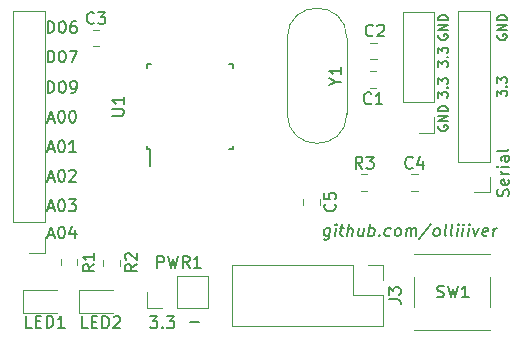
<source format=gbr>
G04 #@! TF.GenerationSoftware,KiCad,Pcbnew,(5.1.5-0-10_14)*
G04 #@! TF.CreationDate,2020-04-26T21:59:26+02:00*
G04 #@! TF.ProjectId,minimal,6d696e69-6d61-46c2-9e6b-696361645f70,rev?*
G04 #@! TF.SameCoordinates,Original*
G04 #@! TF.FileFunction,Legend,Top*
G04 #@! TF.FilePolarity,Positive*
%FSLAX46Y46*%
G04 Gerber Fmt 4.6, Leading zero omitted, Abs format (unit mm)*
G04 Created by KiCad (PCBNEW (5.1.5-0-10_14)) date 2020-04-26 21:59:26*
%MOMM*%
%LPD*%
G04 APERTURE LIST*
%ADD10C,0.150000*%
%ADD11C,0.120000*%
G04 APERTURE END LIST*
D10*
X63261904Y-45438095D02*
X63261904Y-44942857D01*
X63566666Y-45209523D01*
X63566666Y-45095238D01*
X63604761Y-45019047D01*
X63642857Y-44980952D01*
X63719047Y-44942857D01*
X63909523Y-44942857D01*
X63985714Y-44980952D01*
X64023809Y-45019047D01*
X64061904Y-45095238D01*
X64061904Y-45323809D01*
X64023809Y-45400000D01*
X63985714Y-45438095D01*
X63985714Y-44600000D02*
X64023809Y-44561904D01*
X64061904Y-44600000D01*
X64023809Y-44638095D01*
X63985714Y-44600000D01*
X64061904Y-44600000D01*
X63261904Y-44295238D02*
X63261904Y-43800000D01*
X63566666Y-44066666D01*
X63566666Y-43952380D01*
X63604761Y-43876190D01*
X63642857Y-43838095D01*
X63719047Y-43800000D01*
X63909523Y-43800000D01*
X63985714Y-43838095D01*
X64023809Y-43876190D01*
X64061904Y-43952380D01*
X64061904Y-44180952D01*
X64023809Y-44257142D01*
X63985714Y-44295238D01*
X63261904Y-48038095D02*
X63261904Y-47542857D01*
X63566666Y-47809523D01*
X63566666Y-47695238D01*
X63604761Y-47619047D01*
X63642857Y-47580952D01*
X63719047Y-47542857D01*
X63909523Y-47542857D01*
X63985714Y-47580952D01*
X64023809Y-47619047D01*
X64061904Y-47695238D01*
X64061904Y-47923809D01*
X64023809Y-48000000D01*
X63985714Y-48038095D01*
X63985714Y-47200000D02*
X64023809Y-47161904D01*
X64061904Y-47200000D01*
X64023809Y-47238095D01*
X63985714Y-47200000D01*
X64061904Y-47200000D01*
X63261904Y-46895238D02*
X63261904Y-46400000D01*
X63566666Y-46666666D01*
X63566666Y-46552380D01*
X63604761Y-46476190D01*
X63642857Y-46438095D01*
X63719047Y-46400000D01*
X63909523Y-46400000D01*
X63985714Y-46438095D01*
X64023809Y-46476190D01*
X64061904Y-46552380D01*
X64061904Y-46780952D01*
X64023809Y-46857142D01*
X63985714Y-46895238D01*
X63300000Y-50409523D02*
X63261904Y-50485714D01*
X63261904Y-50600000D01*
X63300000Y-50714285D01*
X63376190Y-50790476D01*
X63452380Y-50828571D01*
X63604761Y-50866666D01*
X63719047Y-50866666D01*
X63871428Y-50828571D01*
X63947619Y-50790476D01*
X64023809Y-50714285D01*
X64061904Y-50600000D01*
X64061904Y-50523809D01*
X64023809Y-50409523D01*
X63985714Y-50371428D01*
X63719047Y-50371428D01*
X63719047Y-50523809D01*
X64061904Y-50028571D02*
X63261904Y-50028571D01*
X64061904Y-49571428D01*
X63261904Y-49571428D01*
X64061904Y-49190476D02*
X63261904Y-49190476D01*
X63261904Y-49000000D01*
X63300000Y-48885714D01*
X63376190Y-48809523D01*
X63452380Y-48771428D01*
X63604761Y-48733333D01*
X63719047Y-48733333D01*
X63871428Y-48771428D01*
X63947619Y-48809523D01*
X64023809Y-48885714D01*
X64061904Y-49000000D01*
X64061904Y-49190476D01*
X63300000Y-42709523D02*
X63261904Y-42785714D01*
X63261904Y-42900000D01*
X63300000Y-43014285D01*
X63376190Y-43090476D01*
X63452380Y-43128571D01*
X63604761Y-43166666D01*
X63719047Y-43166666D01*
X63871428Y-43128571D01*
X63947619Y-43090476D01*
X64023809Y-43014285D01*
X64061904Y-42900000D01*
X64061904Y-42823809D01*
X64023809Y-42709523D01*
X63985714Y-42671428D01*
X63719047Y-42671428D01*
X63719047Y-42823809D01*
X64061904Y-42328571D02*
X63261904Y-42328571D01*
X64061904Y-41871428D01*
X63261904Y-41871428D01*
X64061904Y-41490476D02*
X63261904Y-41490476D01*
X63261904Y-41300000D01*
X63300000Y-41185714D01*
X63376190Y-41109523D01*
X63452380Y-41071428D01*
X63604761Y-41033333D01*
X63719047Y-41033333D01*
X63871428Y-41071428D01*
X63947619Y-41109523D01*
X64023809Y-41185714D01*
X64061904Y-41300000D01*
X64061904Y-41490476D01*
X68300000Y-42709523D02*
X68261904Y-42785714D01*
X68261904Y-42900000D01*
X68300000Y-43014285D01*
X68376190Y-43090476D01*
X68452380Y-43128571D01*
X68604761Y-43166666D01*
X68719047Y-43166666D01*
X68871428Y-43128571D01*
X68947619Y-43090476D01*
X69023809Y-43014285D01*
X69061904Y-42900000D01*
X69061904Y-42823809D01*
X69023809Y-42709523D01*
X68985714Y-42671428D01*
X68719047Y-42671428D01*
X68719047Y-42823809D01*
X69061904Y-42328571D02*
X68261904Y-42328571D01*
X69061904Y-41871428D01*
X68261904Y-41871428D01*
X69061904Y-41490476D02*
X68261904Y-41490476D01*
X68261904Y-41300000D01*
X68300000Y-41185714D01*
X68376190Y-41109523D01*
X68452380Y-41071428D01*
X68604761Y-41033333D01*
X68719047Y-41033333D01*
X68871428Y-41071428D01*
X68947619Y-41109523D01*
X69023809Y-41185714D01*
X69061904Y-41300000D01*
X69061904Y-41490476D01*
X68261904Y-47938095D02*
X68261904Y-47442857D01*
X68566666Y-47709523D01*
X68566666Y-47595238D01*
X68604761Y-47519047D01*
X68642857Y-47480952D01*
X68719047Y-47442857D01*
X68909523Y-47442857D01*
X68985714Y-47480952D01*
X69023809Y-47519047D01*
X69061904Y-47595238D01*
X69061904Y-47823809D01*
X69023809Y-47900000D01*
X68985714Y-47938095D01*
X68985714Y-47100000D02*
X69023809Y-47061904D01*
X69061904Y-47100000D01*
X69023809Y-47138095D01*
X68985714Y-47100000D01*
X69061904Y-47100000D01*
X68261904Y-46795238D02*
X68261904Y-46300000D01*
X68566666Y-46566666D01*
X68566666Y-46452380D01*
X68604761Y-46376190D01*
X68642857Y-46338095D01*
X68719047Y-46300000D01*
X68909523Y-46300000D01*
X68985714Y-46338095D01*
X69023809Y-46376190D01*
X69061904Y-46452380D01*
X69061904Y-46680952D01*
X69023809Y-46757142D01*
X68985714Y-46795238D01*
X54097633Y-59085714D02*
X53996443Y-59895238D01*
X53936919Y-59990476D01*
X53883348Y-60038095D01*
X53782157Y-60085714D01*
X53639300Y-60085714D01*
X53550014Y-60038095D01*
X54020252Y-59704761D02*
X53919062Y-59752380D01*
X53728586Y-59752380D01*
X53639300Y-59704761D01*
X53597633Y-59657142D01*
X53561919Y-59561904D01*
X53597633Y-59276190D01*
X53657157Y-59180952D01*
X53710729Y-59133333D01*
X53811919Y-59085714D01*
X54002395Y-59085714D01*
X54091681Y-59133333D01*
X54490491Y-59752380D02*
X54573824Y-59085714D01*
X54615491Y-58752380D02*
X54561919Y-58800000D01*
X54603586Y-58847619D01*
X54657157Y-58800000D01*
X54615491Y-58752380D01*
X54603586Y-58847619D01*
X54907157Y-59085714D02*
X55288110Y-59085714D01*
X55091681Y-58752380D02*
X54984538Y-59609523D01*
X55020252Y-59704761D01*
X55109538Y-59752380D01*
X55204776Y-59752380D01*
X55538110Y-59752380D02*
X55663110Y-58752380D01*
X55966681Y-59752380D02*
X56032157Y-59228571D01*
X55996443Y-59133333D01*
X55907157Y-59085714D01*
X55764300Y-59085714D01*
X55663110Y-59133333D01*
X55609538Y-59180952D01*
X56954776Y-59085714D02*
X56871443Y-59752380D01*
X56526205Y-59085714D02*
X56460729Y-59609523D01*
X56496443Y-59704761D01*
X56585729Y-59752380D01*
X56728586Y-59752380D01*
X56829776Y-59704761D01*
X56883348Y-59657142D01*
X57347633Y-59752380D02*
X57472633Y-58752380D01*
X57425014Y-59133333D02*
X57526205Y-59085714D01*
X57716681Y-59085714D01*
X57805967Y-59133333D01*
X57847633Y-59180952D01*
X57883348Y-59276190D01*
X57847633Y-59561904D01*
X57788110Y-59657142D01*
X57734538Y-59704761D01*
X57633348Y-59752380D01*
X57442872Y-59752380D01*
X57353586Y-59704761D01*
X58264300Y-59657142D02*
X58305967Y-59704761D01*
X58252395Y-59752380D01*
X58210729Y-59704761D01*
X58264300Y-59657142D01*
X58252395Y-59752380D01*
X59163110Y-59704761D02*
X59061919Y-59752380D01*
X58871443Y-59752380D01*
X58782157Y-59704761D01*
X58740491Y-59657142D01*
X58704776Y-59561904D01*
X58740491Y-59276190D01*
X58800014Y-59180952D01*
X58853586Y-59133333D01*
X58954776Y-59085714D01*
X59145252Y-59085714D01*
X59234538Y-59133333D01*
X59728586Y-59752380D02*
X59639300Y-59704761D01*
X59597633Y-59657142D01*
X59561919Y-59561904D01*
X59597633Y-59276190D01*
X59657157Y-59180952D01*
X59710729Y-59133333D01*
X59811919Y-59085714D01*
X59954776Y-59085714D01*
X60044062Y-59133333D01*
X60085729Y-59180952D01*
X60121443Y-59276190D01*
X60085729Y-59561904D01*
X60026205Y-59657142D01*
X59972633Y-59704761D01*
X59871443Y-59752380D01*
X59728586Y-59752380D01*
X60490491Y-59752380D02*
X60573824Y-59085714D01*
X60561919Y-59180952D02*
X60615491Y-59133333D01*
X60716681Y-59085714D01*
X60859538Y-59085714D01*
X60948824Y-59133333D01*
X60984538Y-59228571D01*
X60919062Y-59752380D01*
X60984538Y-59228571D02*
X61044062Y-59133333D01*
X61145252Y-59085714D01*
X61288110Y-59085714D01*
X61377395Y-59133333D01*
X61413110Y-59228571D01*
X61347633Y-59752380D01*
X62669062Y-58704761D02*
X61651205Y-59990476D01*
X63014300Y-59752380D02*
X62925014Y-59704761D01*
X62883348Y-59657142D01*
X62847633Y-59561904D01*
X62883348Y-59276190D01*
X62942872Y-59180952D01*
X62996443Y-59133333D01*
X63097633Y-59085714D01*
X63240491Y-59085714D01*
X63329776Y-59133333D01*
X63371443Y-59180952D01*
X63407157Y-59276190D01*
X63371443Y-59561904D01*
X63311919Y-59657142D01*
X63258348Y-59704761D01*
X63157157Y-59752380D01*
X63014300Y-59752380D01*
X63919062Y-59752380D02*
X63829776Y-59704761D01*
X63794062Y-59609523D01*
X63901205Y-58752380D01*
X64442872Y-59752380D02*
X64353586Y-59704761D01*
X64317872Y-59609523D01*
X64425014Y-58752380D01*
X64823824Y-59752380D02*
X64907157Y-59085714D01*
X64948824Y-58752380D02*
X64895252Y-58800000D01*
X64936919Y-58847619D01*
X64990491Y-58800000D01*
X64948824Y-58752380D01*
X64936919Y-58847619D01*
X65300014Y-59752380D02*
X65383348Y-59085714D01*
X65425014Y-58752380D02*
X65371443Y-58800000D01*
X65413110Y-58847619D01*
X65466681Y-58800000D01*
X65425014Y-58752380D01*
X65413110Y-58847619D01*
X65776205Y-59752380D02*
X65859538Y-59085714D01*
X65901205Y-58752380D02*
X65847633Y-58800000D01*
X65889300Y-58847619D01*
X65942872Y-58800000D01*
X65901205Y-58752380D01*
X65889300Y-58847619D01*
X66240491Y-59085714D02*
X66395252Y-59752380D01*
X66716681Y-59085714D01*
X67401205Y-59704761D02*
X67300014Y-59752380D01*
X67109538Y-59752380D01*
X67020252Y-59704761D01*
X66984538Y-59609523D01*
X67032157Y-59228571D01*
X67091681Y-59133333D01*
X67192872Y-59085714D01*
X67383348Y-59085714D01*
X67472633Y-59133333D01*
X67508348Y-59228571D01*
X67496443Y-59323809D01*
X67008348Y-59419047D01*
X67871443Y-59752380D02*
X67954776Y-59085714D01*
X67930967Y-59276190D02*
X67990491Y-59180952D01*
X68044062Y-59133333D01*
X68145252Y-59085714D01*
X68240491Y-59085714D01*
X30209523Y-59666666D02*
X30685714Y-59666666D01*
X30114285Y-59952380D02*
X30447619Y-58952380D01*
X30780952Y-59952380D01*
X31304761Y-58952380D02*
X31400000Y-58952380D01*
X31495238Y-59000000D01*
X31542857Y-59047619D01*
X31590476Y-59142857D01*
X31638095Y-59333333D01*
X31638095Y-59571428D01*
X31590476Y-59761904D01*
X31542857Y-59857142D01*
X31495238Y-59904761D01*
X31400000Y-59952380D01*
X31304761Y-59952380D01*
X31209523Y-59904761D01*
X31161904Y-59857142D01*
X31114285Y-59761904D01*
X31066666Y-59571428D01*
X31066666Y-59333333D01*
X31114285Y-59142857D01*
X31161904Y-59047619D01*
X31209523Y-59000000D01*
X31304761Y-58952380D01*
X32495238Y-59285714D02*
X32495238Y-59952380D01*
X32257142Y-58904761D02*
X32019047Y-59619047D01*
X32638095Y-59619047D01*
X30209523Y-57366666D02*
X30685714Y-57366666D01*
X30114285Y-57652380D02*
X30447619Y-56652380D01*
X30780952Y-57652380D01*
X31304761Y-56652380D02*
X31400000Y-56652380D01*
X31495238Y-56700000D01*
X31542857Y-56747619D01*
X31590476Y-56842857D01*
X31638095Y-57033333D01*
X31638095Y-57271428D01*
X31590476Y-57461904D01*
X31542857Y-57557142D01*
X31495238Y-57604761D01*
X31400000Y-57652380D01*
X31304761Y-57652380D01*
X31209523Y-57604761D01*
X31161904Y-57557142D01*
X31114285Y-57461904D01*
X31066666Y-57271428D01*
X31066666Y-57033333D01*
X31114285Y-56842857D01*
X31161904Y-56747619D01*
X31209523Y-56700000D01*
X31304761Y-56652380D01*
X31971428Y-56652380D02*
X32590476Y-56652380D01*
X32257142Y-57033333D01*
X32400000Y-57033333D01*
X32495238Y-57080952D01*
X32542857Y-57128571D01*
X32590476Y-57223809D01*
X32590476Y-57461904D01*
X32542857Y-57557142D01*
X32495238Y-57604761D01*
X32400000Y-57652380D01*
X32114285Y-57652380D01*
X32019047Y-57604761D01*
X31971428Y-57557142D01*
X30209523Y-54866666D02*
X30685714Y-54866666D01*
X30114285Y-55152380D02*
X30447619Y-54152380D01*
X30780952Y-55152380D01*
X31304761Y-54152380D02*
X31400000Y-54152380D01*
X31495238Y-54200000D01*
X31542857Y-54247619D01*
X31590476Y-54342857D01*
X31638095Y-54533333D01*
X31638095Y-54771428D01*
X31590476Y-54961904D01*
X31542857Y-55057142D01*
X31495238Y-55104761D01*
X31400000Y-55152380D01*
X31304761Y-55152380D01*
X31209523Y-55104761D01*
X31161904Y-55057142D01*
X31114285Y-54961904D01*
X31066666Y-54771428D01*
X31066666Y-54533333D01*
X31114285Y-54342857D01*
X31161904Y-54247619D01*
X31209523Y-54200000D01*
X31304761Y-54152380D01*
X32019047Y-54247619D02*
X32066666Y-54200000D01*
X32161904Y-54152380D01*
X32400000Y-54152380D01*
X32495238Y-54200000D01*
X32542857Y-54247619D01*
X32590476Y-54342857D01*
X32590476Y-54438095D01*
X32542857Y-54580952D01*
X31971428Y-55152380D01*
X32590476Y-55152380D01*
X30209523Y-52366666D02*
X30685714Y-52366666D01*
X30114285Y-52652380D02*
X30447619Y-51652380D01*
X30780952Y-52652380D01*
X31304761Y-51652380D02*
X31400000Y-51652380D01*
X31495238Y-51700000D01*
X31542857Y-51747619D01*
X31590476Y-51842857D01*
X31638095Y-52033333D01*
X31638095Y-52271428D01*
X31590476Y-52461904D01*
X31542857Y-52557142D01*
X31495238Y-52604761D01*
X31400000Y-52652380D01*
X31304761Y-52652380D01*
X31209523Y-52604761D01*
X31161904Y-52557142D01*
X31114285Y-52461904D01*
X31066666Y-52271428D01*
X31066666Y-52033333D01*
X31114285Y-51842857D01*
X31161904Y-51747619D01*
X31209523Y-51700000D01*
X31304761Y-51652380D01*
X32590476Y-52652380D02*
X32019047Y-52652380D01*
X32304761Y-52652380D02*
X32304761Y-51652380D01*
X32209523Y-51795238D01*
X32114285Y-51890476D01*
X32019047Y-51938095D01*
X30209523Y-49866666D02*
X30685714Y-49866666D01*
X30114285Y-50152380D02*
X30447619Y-49152380D01*
X30780952Y-50152380D01*
X31304761Y-49152380D02*
X31400000Y-49152380D01*
X31495238Y-49200000D01*
X31542857Y-49247619D01*
X31590476Y-49342857D01*
X31638095Y-49533333D01*
X31638095Y-49771428D01*
X31590476Y-49961904D01*
X31542857Y-50057142D01*
X31495238Y-50104761D01*
X31400000Y-50152380D01*
X31304761Y-50152380D01*
X31209523Y-50104761D01*
X31161904Y-50057142D01*
X31114285Y-49961904D01*
X31066666Y-49771428D01*
X31066666Y-49533333D01*
X31114285Y-49342857D01*
X31161904Y-49247619D01*
X31209523Y-49200000D01*
X31304761Y-49152380D01*
X32257142Y-49152380D02*
X32352380Y-49152380D01*
X32447619Y-49200000D01*
X32495238Y-49247619D01*
X32542857Y-49342857D01*
X32590476Y-49533333D01*
X32590476Y-49771428D01*
X32542857Y-49961904D01*
X32495238Y-50057142D01*
X32447619Y-50104761D01*
X32352380Y-50152380D01*
X32257142Y-50152380D01*
X32161904Y-50104761D01*
X32114285Y-50057142D01*
X32066666Y-49961904D01*
X32019047Y-49771428D01*
X32019047Y-49533333D01*
X32066666Y-49342857D01*
X32114285Y-49247619D01*
X32161904Y-49200000D01*
X32257142Y-49152380D01*
X30185714Y-47652380D02*
X30185714Y-46652380D01*
X30423809Y-46652380D01*
X30566666Y-46700000D01*
X30661904Y-46795238D01*
X30709523Y-46890476D01*
X30757142Y-47080952D01*
X30757142Y-47223809D01*
X30709523Y-47414285D01*
X30661904Y-47509523D01*
X30566666Y-47604761D01*
X30423809Y-47652380D01*
X30185714Y-47652380D01*
X31376190Y-46652380D02*
X31471428Y-46652380D01*
X31566666Y-46700000D01*
X31614285Y-46747619D01*
X31661904Y-46842857D01*
X31709523Y-47033333D01*
X31709523Y-47271428D01*
X31661904Y-47461904D01*
X31614285Y-47557142D01*
X31566666Y-47604761D01*
X31471428Y-47652380D01*
X31376190Y-47652380D01*
X31280952Y-47604761D01*
X31233333Y-47557142D01*
X31185714Y-47461904D01*
X31138095Y-47271428D01*
X31138095Y-47033333D01*
X31185714Y-46842857D01*
X31233333Y-46747619D01*
X31280952Y-46700000D01*
X31376190Y-46652380D01*
X32185714Y-47652380D02*
X32376190Y-47652380D01*
X32471428Y-47604761D01*
X32519047Y-47557142D01*
X32614285Y-47414285D01*
X32661904Y-47223809D01*
X32661904Y-46842857D01*
X32614285Y-46747619D01*
X32566666Y-46700000D01*
X32471428Y-46652380D01*
X32280952Y-46652380D01*
X32185714Y-46700000D01*
X32138095Y-46747619D01*
X32090476Y-46842857D01*
X32090476Y-47080952D01*
X32138095Y-47176190D01*
X32185714Y-47223809D01*
X32280952Y-47271428D01*
X32471428Y-47271428D01*
X32566666Y-47223809D01*
X32614285Y-47176190D01*
X32661904Y-47080952D01*
X30185714Y-45052380D02*
X30185714Y-44052380D01*
X30423809Y-44052380D01*
X30566666Y-44100000D01*
X30661904Y-44195238D01*
X30709523Y-44290476D01*
X30757142Y-44480952D01*
X30757142Y-44623809D01*
X30709523Y-44814285D01*
X30661904Y-44909523D01*
X30566666Y-45004761D01*
X30423809Y-45052380D01*
X30185714Y-45052380D01*
X31376190Y-44052380D02*
X31471428Y-44052380D01*
X31566666Y-44100000D01*
X31614285Y-44147619D01*
X31661904Y-44242857D01*
X31709523Y-44433333D01*
X31709523Y-44671428D01*
X31661904Y-44861904D01*
X31614285Y-44957142D01*
X31566666Y-45004761D01*
X31471428Y-45052380D01*
X31376190Y-45052380D01*
X31280952Y-45004761D01*
X31233333Y-44957142D01*
X31185714Y-44861904D01*
X31138095Y-44671428D01*
X31138095Y-44433333D01*
X31185714Y-44242857D01*
X31233333Y-44147619D01*
X31280952Y-44100000D01*
X31376190Y-44052380D01*
X32042857Y-44052380D02*
X32709523Y-44052380D01*
X32280952Y-45052380D01*
X30185714Y-42552380D02*
X30185714Y-41552380D01*
X30423809Y-41552380D01*
X30566666Y-41600000D01*
X30661904Y-41695238D01*
X30709523Y-41790476D01*
X30757142Y-41980952D01*
X30757142Y-42123809D01*
X30709523Y-42314285D01*
X30661904Y-42409523D01*
X30566666Y-42504761D01*
X30423809Y-42552380D01*
X30185714Y-42552380D01*
X31376190Y-41552380D02*
X31471428Y-41552380D01*
X31566666Y-41600000D01*
X31614285Y-41647619D01*
X31661904Y-41742857D01*
X31709523Y-41933333D01*
X31709523Y-42171428D01*
X31661904Y-42361904D01*
X31614285Y-42457142D01*
X31566666Y-42504761D01*
X31471428Y-42552380D01*
X31376190Y-42552380D01*
X31280952Y-42504761D01*
X31233333Y-42457142D01*
X31185714Y-42361904D01*
X31138095Y-42171428D01*
X31138095Y-41933333D01*
X31185714Y-41742857D01*
X31233333Y-41647619D01*
X31280952Y-41600000D01*
X31376190Y-41552380D01*
X32566666Y-41552380D02*
X32376190Y-41552380D01*
X32280952Y-41600000D01*
X32233333Y-41647619D01*
X32138095Y-41790476D01*
X32090476Y-41980952D01*
X32090476Y-42361904D01*
X32138095Y-42457142D01*
X32185714Y-42504761D01*
X32280952Y-42552380D01*
X32471428Y-42552380D01*
X32566666Y-42504761D01*
X32614285Y-42457142D01*
X32661904Y-42361904D01*
X32661904Y-42123809D01*
X32614285Y-42028571D01*
X32566666Y-41980952D01*
X32471428Y-41933333D01*
X32280952Y-41933333D01*
X32185714Y-41980952D01*
X32138095Y-42028571D01*
X32090476Y-42123809D01*
X42219047Y-67071428D02*
X42980952Y-67071428D01*
X38852380Y-66552380D02*
X39471428Y-66552380D01*
X39138095Y-66933333D01*
X39280952Y-66933333D01*
X39376190Y-66980952D01*
X39423809Y-67028571D01*
X39471428Y-67123809D01*
X39471428Y-67361904D01*
X39423809Y-67457142D01*
X39376190Y-67504761D01*
X39280952Y-67552380D01*
X38995238Y-67552380D01*
X38900000Y-67504761D01*
X38852380Y-67457142D01*
X39900000Y-67457142D02*
X39947619Y-67504761D01*
X39900000Y-67552380D01*
X39852380Y-67504761D01*
X39900000Y-67457142D01*
X39900000Y-67552380D01*
X40280952Y-66552380D02*
X40900000Y-66552380D01*
X40566666Y-66933333D01*
X40709523Y-66933333D01*
X40804761Y-66980952D01*
X40852380Y-67028571D01*
X40900000Y-67123809D01*
X40900000Y-67361904D01*
X40852380Y-67457142D01*
X40804761Y-67504761D01*
X40709523Y-67552380D01*
X40423809Y-67552380D01*
X40328571Y-67504761D01*
X40280952Y-67457142D01*
D11*
X58620000Y-62170000D02*
X58620000Y-63500000D01*
X57290000Y-62170000D02*
X58620000Y-62170000D01*
X58620000Y-64770000D02*
X58620000Y-67370000D01*
X56020000Y-64770000D02*
X58620000Y-64770000D01*
X56020000Y-62170000D02*
X56020000Y-64770000D01*
X58620000Y-67370000D02*
X45800000Y-67370000D01*
X56020000Y-62170000D02*
X45800000Y-62170000D01*
X45800000Y-62170000D02*
X45800000Y-67370000D01*
X38570000Y-65830000D02*
X38570000Y-64500000D01*
X39900000Y-65830000D02*
X38570000Y-65830000D01*
X41170000Y-65830000D02*
X41170000Y-63170000D01*
X41170000Y-63170000D02*
X43770000Y-63170000D01*
X41170000Y-65830000D02*
X43770000Y-65830000D01*
X43770000Y-65830000D02*
X43770000Y-63170000D01*
X60988748Y-55960000D02*
X61511252Y-55960000D01*
X60988748Y-54540000D02*
X61511252Y-54540000D01*
D10*
X38850000Y-52425000D02*
X38850000Y-53850000D01*
X38625000Y-45175000D02*
X38625000Y-45500000D01*
X45875000Y-45175000D02*
X45875000Y-45500000D01*
X45875000Y-52425000D02*
X45875000Y-52100000D01*
X38625000Y-52425000D02*
X38625000Y-52100000D01*
X45875000Y-52425000D02*
X45550000Y-52425000D01*
X45875000Y-45175000D02*
X45550000Y-45175000D01*
X38625000Y-45175000D02*
X38950000Y-45175000D01*
X38625000Y-52425000D02*
X38850000Y-52425000D01*
D11*
X62930000Y-51030000D02*
X61600000Y-51030000D01*
X62930000Y-49700000D02*
X62930000Y-51030000D01*
X62930000Y-48430000D02*
X60270000Y-48430000D01*
X60270000Y-48430000D02*
X60270000Y-40750000D01*
X62930000Y-48430000D02*
X62930000Y-40750000D01*
X62930000Y-40750000D02*
X60270000Y-40750000D01*
X50475000Y-49390000D02*
G75*
G03X55525000Y-49390000I2525000J0D01*
G01*
X50475000Y-42990000D02*
G75*
G02X55525000Y-42990000I2525000J0D01*
G01*
X50475000Y-42990000D02*
X50475000Y-49390000D01*
X55525000Y-42990000D02*
X55525000Y-49390000D01*
X67630000Y-61270000D02*
X61170000Y-61270000D01*
X67630000Y-65800000D02*
X67630000Y-63200000D01*
X67630000Y-67730000D02*
X61170000Y-67730000D01*
X61170000Y-65800000D02*
X61170000Y-63200000D01*
X67630000Y-67700000D02*
X67630000Y-67730000D01*
X67630000Y-61270000D02*
X67630000Y-61300000D01*
X61170000Y-61270000D02*
X61170000Y-61300000D01*
X61170000Y-67730000D02*
X61170000Y-67700000D01*
X56738748Y-55960000D02*
X57261252Y-55960000D01*
X56738748Y-54540000D02*
X57261252Y-54540000D01*
X36310000Y-62336252D02*
X36310000Y-61813748D01*
X34890000Y-62336252D02*
X34890000Y-61813748D01*
X32710000Y-62186252D02*
X32710000Y-61663748D01*
X31290000Y-62186252D02*
X31290000Y-61663748D01*
X32840000Y-66260000D02*
X35700000Y-66260000D01*
X32840000Y-64340000D02*
X32840000Y-66260000D01*
X35700000Y-64340000D02*
X32840000Y-64340000D01*
X28115000Y-66260000D02*
X30975000Y-66260000D01*
X28115000Y-64340000D02*
X28115000Y-66260000D01*
X30975000Y-64340000D02*
X28115000Y-64340000D01*
X29930000Y-61170000D02*
X28600000Y-61170000D01*
X29930000Y-59840000D02*
X29930000Y-61170000D01*
X29930000Y-58570000D02*
X27270000Y-58570000D01*
X27270000Y-58570000D02*
X27270000Y-40730000D01*
X29930000Y-58570000D02*
X29930000Y-40730000D01*
X29930000Y-40730000D02*
X27270000Y-40730000D01*
X67630000Y-56070000D02*
X66300000Y-56070000D01*
X67630000Y-54740000D02*
X67630000Y-56070000D01*
X67630000Y-53470000D02*
X64970000Y-53470000D01*
X64970000Y-53470000D02*
X64970000Y-40710000D01*
X67630000Y-53470000D02*
X67630000Y-40710000D01*
X67630000Y-40710000D02*
X64970000Y-40710000D01*
X51790000Y-56613748D02*
X51790000Y-57136252D01*
X53210000Y-56613748D02*
X53210000Y-57136252D01*
X34013748Y-43710000D02*
X34536252Y-43710000D01*
X34013748Y-42290000D02*
X34536252Y-42290000D01*
X58036252Y-43390000D02*
X57513748Y-43390000D01*
X58036252Y-44810000D02*
X57513748Y-44810000D01*
X58011252Y-45790000D02*
X57488748Y-45790000D01*
X58011252Y-47210000D02*
X57488748Y-47210000D01*
D10*
X59072380Y-65103333D02*
X59786666Y-65103333D01*
X59929523Y-65150952D01*
X60024761Y-65246190D01*
X60072380Y-65389047D01*
X60072380Y-65484285D01*
X59072380Y-64722380D02*
X59072380Y-64103333D01*
X59453333Y-64436666D01*
X59453333Y-64293809D01*
X59500952Y-64198571D01*
X59548571Y-64150952D01*
X59643809Y-64103333D01*
X59881904Y-64103333D01*
X59977142Y-64150952D01*
X60024761Y-64198571D01*
X60072380Y-64293809D01*
X60072380Y-64579523D01*
X60024761Y-64674761D01*
X59977142Y-64722380D01*
X39490476Y-62452380D02*
X39490476Y-61452380D01*
X39871428Y-61452380D01*
X39966666Y-61500000D01*
X40014285Y-61547619D01*
X40061904Y-61642857D01*
X40061904Y-61785714D01*
X40014285Y-61880952D01*
X39966666Y-61928571D01*
X39871428Y-61976190D01*
X39490476Y-61976190D01*
X40395238Y-61452380D02*
X40633333Y-62452380D01*
X40823809Y-61738095D01*
X41014285Y-62452380D01*
X41252380Y-61452380D01*
X42204761Y-62452380D02*
X41871428Y-61976190D01*
X41633333Y-62452380D02*
X41633333Y-61452380D01*
X42014285Y-61452380D01*
X42109523Y-61500000D01*
X42157142Y-61547619D01*
X42204761Y-61642857D01*
X42204761Y-61785714D01*
X42157142Y-61880952D01*
X42109523Y-61928571D01*
X42014285Y-61976190D01*
X41633333Y-61976190D01*
X43157142Y-62452380D02*
X42585714Y-62452380D01*
X42871428Y-62452380D02*
X42871428Y-61452380D01*
X42776190Y-61595238D01*
X42680952Y-61690476D01*
X42585714Y-61738095D01*
X61083333Y-53957142D02*
X61035714Y-54004761D01*
X60892857Y-54052380D01*
X60797619Y-54052380D01*
X60654761Y-54004761D01*
X60559523Y-53909523D01*
X60511904Y-53814285D01*
X60464285Y-53623809D01*
X60464285Y-53480952D01*
X60511904Y-53290476D01*
X60559523Y-53195238D01*
X60654761Y-53100000D01*
X60797619Y-53052380D01*
X60892857Y-53052380D01*
X61035714Y-53100000D01*
X61083333Y-53147619D01*
X61940476Y-53385714D02*
X61940476Y-54052380D01*
X61702380Y-53004761D02*
X61464285Y-53719047D01*
X62083333Y-53719047D01*
X35652380Y-49561904D02*
X36461904Y-49561904D01*
X36557142Y-49514285D01*
X36604761Y-49466666D01*
X36652380Y-49371428D01*
X36652380Y-49180952D01*
X36604761Y-49085714D01*
X36557142Y-49038095D01*
X36461904Y-48990476D01*
X35652380Y-48990476D01*
X36652380Y-47990476D02*
X36652380Y-48561904D01*
X36652380Y-48276190D02*
X35652380Y-48276190D01*
X35795238Y-48371428D01*
X35890476Y-48466666D01*
X35938095Y-48561904D01*
X54576190Y-46676190D02*
X55052380Y-46676190D01*
X54052380Y-47009523D02*
X54576190Y-46676190D01*
X54052380Y-46342857D01*
X55052380Y-45485714D02*
X55052380Y-46057142D01*
X55052380Y-45771428D02*
X54052380Y-45771428D01*
X54195238Y-45866666D01*
X54290476Y-45961904D01*
X54338095Y-46057142D01*
X63166666Y-64904761D02*
X63309523Y-64952380D01*
X63547619Y-64952380D01*
X63642857Y-64904761D01*
X63690476Y-64857142D01*
X63738095Y-64761904D01*
X63738095Y-64666666D01*
X63690476Y-64571428D01*
X63642857Y-64523809D01*
X63547619Y-64476190D01*
X63357142Y-64428571D01*
X63261904Y-64380952D01*
X63214285Y-64333333D01*
X63166666Y-64238095D01*
X63166666Y-64142857D01*
X63214285Y-64047619D01*
X63261904Y-64000000D01*
X63357142Y-63952380D01*
X63595238Y-63952380D01*
X63738095Y-64000000D01*
X64071428Y-63952380D02*
X64309523Y-64952380D01*
X64500000Y-64238095D01*
X64690476Y-64952380D01*
X64928571Y-63952380D01*
X65833333Y-64952380D02*
X65261904Y-64952380D01*
X65547619Y-64952380D02*
X65547619Y-63952380D01*
X65452380Y-64095238D01*
X65357142Y-64190476D01*
X65261904Y-64238095D01*
X56833333Y-54052380D02*
X56500000Y-53576190D01*
X56261904Y-54052380D02*
X56261904Y-53052380D01*
X56642857Y-53052380D01*
X56738095Y-53100000D01*
X56785714Y-53147619D01*
X56833333Y-53242857D01*
X56833333Y-53385714D01*
X56785714Y-53480952D01*
X56738095Y-53528571D01*
X56642857Y-53576190D01*
X56261904Y-53576190D01*
X57166666Y-53052380D02*
X57785714Y-53052380D01*
X57452380Y-53433333D01*
X57595238Y-53433333D01*
X57690476Y-53480952D01*
X57738095Y-53528571D01*
X57785714Y-53623809D01*
X57785714Y-53861904D01*
X57738095Y-53957142D01*
X57690476Y-54004761D01*
X57595238Y-54052380D01*
X57309523Y-54052380D01*
X57214285Y-54004761D01*
X57166666Y-53957142D01*
X37752380Y-62141666D02*
X37276190Y-62475000D01*
X37752380Y-62713095D02*
X36752380Y-62713095D01*
X36752380Y-62332142D01*
X36800000Y-62236904D01*
X36847619Y-62189285D01*
X36942857Y-62141666D01*
X37085714Y-62141666D01*
X37180952Y-62189285D01*
X37228571Y-62236904D01*
X37276190Y-62332142D01*
X37276190Y-62713095D01*
X36847619Y-61760714D02*
X36800000Y-61713095D01*
X36752380Y-61617857D01*
X36752380Y-61379761D01*
X36800000Y-61284523D01*
X36847619Y-61236904D01*
X36942857Y-61189285D01*
X37038095Y-61189285D01*
X37180952Y-61236904D01*
X37752380Y-61808333D01*
X37752380Y-61189285D01*
X34152380Y-62166666D02*
X33676190Y-62500000D01*
X34152380Y-62738095D02*
X33152380Y-62738095D01*
X33152380Y-62357142D01*
X33200000Y-62261904D01*
X33247619Y-62214285D01*
X33342857Y-62166666D01*
X33485714Y-62166666D01*
X33580952Y-62214285D01*
X33628571Y-62261904D01*
X33676190Y-62357142D01*
X33676190Y-62738095D01*
X34152380Y-61214285D02*
X34152380Y-61785714D01*
X34152380Y-61500000D02*
X33152380Y-61500000D01*
X33295238Y-61595238D01*
X33390476Y-61690476D01*
X33438095Y-61785714D01*
X33580952Y-67552380D02*
X33104761Y-67552380D01*
X33104761Y-66552380D01*
X33914285Y-67028571D02*
X34247619Y-67028571D01*
X34390476Y-67552380D02*
X33914285Y-67552380D01*
X33914285Y-66552380D01*
X34390476Y-66552380D01*
X34819047Y-67552380D02*
X34819047Y-66552380D01*
X35057142Y-66552380D01*
X35200000Y-66600000D01*
X35295238Y-66695238D01*
X35342857Y-66790476D01*
X35390476Y-66980952D01*
X35390476Y-67123809D01*
X35342857Y-67314285D01*
X35295238Y-67409523D01*
X35200000Y-67504761D01*
X35057142Y-67552380D01*
X34819047Y-67552380D01*
X35771428Y-66647619D02*
X35819047Y-66600000D01*
X35914285Y-66552380D01*
X36152380Y-66552380D01*
X36247619Y-66600000D01*
X36295238Y-66647619D01*
X36342857Y-66742857D01*
X36342857Y-66838095D01*
X36295238Y-66980952D01*
X35723809Y-67552380D01*
X36342857Y-67552380D01*
X28855952Y-67502380D02*
X28379761Y-67502380D01*
X28379761Y-66502380D01*
X29189285Y-66978571D02*
X29522619Y-66978571D01*
X29665476Y-67502380D02*
X29189285Y-67502380D01*
X29189285Y-66502380D01*
X29665476Y-66502380D01*
X30094047Y-67502380D02*
X30094047Y-66502380D01*
X30332142Y-66502380D01*
X30475000Y-66550000D01*
X30570238Y-66645238D01*
X30617857Y-66740476D01*
X30665476Y-66930952D01*
X30665476Y-67073809D01*
X30617857Y-67264285D01*
X30570238Y-67359523D01*
X30475000Y-67454761D01*
X30332142Y-67502380D01*
X30094047Y-67502380D01*
X31617857Y-67502380D02*
X31046428Y-67502380D01*
X31332142Y-67502380D02*
X31332142Y-66502380D01*
X31236904Y-66645238D01*
X31141666Y-66740476D01*
X31046428Y-66788095D01*
X69204761Y-56376190D02*
X69252380Y-56233333D01*
X69252380Y-55995238D01*
X69204761Y-55900000D01*
X69157142Y-55852380D01*
X69061904Y-55804761D01*
X68966666Y-55804761D01*
X68871428Y-55852380D01*
X68823809Y-55900000D01*
X68776190Y-55995238D01*
X68728571Y-56185714D01*
X68680952Y-56280952D01*
X68633333Y-56328571D01*
X68538095Y-56376190D01*
X68442857Y-56376190D01*
X68347619Y-56328571D01*
X68300000Y-56280952D01*
X68252380Y-56185714D01*
X68252380Y-55947619D01*
X68300000Y-55804761D01*
X69204761Y-54995238D02*
X69252380Y-55090476D01*
X69252380Y-55280952D01*
X69204761Y-55376190D01*
X69109523Y-55423809D01*
X68728571Y-55423809D01*
X68633333Y-55376190D01*
X68585714Y-55280952D01*
X68585714Y-55090476D01*
X68633333Y-54995238D01*
X68728571Y-54947619D01*
X68823809Y-54947619D01*
X68919047Y-55423809D01*
X69252380Y-54519047D02*
X68585714Y-54519047D01*
X68776190Y-54519047D02*
X68680952Y-54471428D01*
X68633333Y-54423809D01*
X68585714Y-54328571D01*
X68585714Y-54233333D01*
X69252380Y-53900000D02*
X68585714Y-53900000D01*
X68252380Y-53900000D02*
X68300000Y-53947619D01*
X68347619Y-53900000D01*
X68300000Y-53852380D01*
X68252380Y-53900000D01*
X68347619Y-53900000D01*
X69252380Y-52995238D02*
X68728571Y-52995238D01*
X68633333Y-53042857D01*
X68585714Y-53138095D01*
X68585714Y-53328571D01*
X68633333Y-53423809D01*
X69204761Y-52995238D02*
X69252380Y-53090476D01*
X69252380Y-53328571D01*
X69204761Y-53423809D01*
X69109523Y-53471428D01*
X69014285Y-53471428D01*
X68919047Y-53423809D01*
X68871428Y-53328571D01*
X68871428Y-53090476D01*
X68823809Y-52995238D01*
X69252380Y-52376190D02*
X69204761Y-52471428D01*
X69109523Y-52519047D01*
X68252380Y-52519047D01*
X54507142Y-57041666D02*
X54554761Y-57089285D01*
X54602380Y-57232142D01*
X54602380Y-57327380D01*
X54554761Y-57470238D01*
X54459523Y-57565476D01*
X54364285Y-57613095D01*
X54173809Y-57660714D01*
X54030952Y-57660714D01*
X53840476Y-57613095D01*
X53745238Y-57565476D01*
X53650000Y-57470238D01*
X53602380Y-57327380D01*
X53602380Y-57232142D01*
X53650000Y-57089285D01*
X53697619Y-57041666D01*
X53602380Y-56136904D02*
X53602380Y-56613095D01*
X54078571Y-56660714D01*
X54030952Y-56613095D01*
X53983333Y-56517857D01*
X53983333Y-56279761D01*
X54030952Y-56184523D01*
X54078571Y-56136904D01*
X54173809Y-56089285D01*
X54411904Y-56089285D01*
X54507142Y-56136904D01*
X54554761Y-56184523D01*
X54602380Y-56279761D01*
X54602380Y-56517857D01*
X54554761Y-56613095D01*
X54507142Y-56660714D01*
X34108333Y-41707142D02*
X34060714Y-41754761D01*
X33917857Y-41802380D01*
X33822619Y-41802380D01*
X33679761Y-41754761D01*
X33584523Y-41659523D01*
X33536904Y-41564285D01*
X33489285Y-41373809D01*
X33489285Y-41230952D01*
X33536904Y-41040476D01*
X33584523Y-40945238D01*
X33679761Y-40850000D01*
X33822619Y-40802380D01*
X33917857Y-40802380D01*
X34060714Y-40850000D01*
X34108333Y-40897619D01*
X34441666Y-40802380D02*
X35060714Y-40802380D01*
X34727380Y-41183333D01*
X34870238Y-41183333D01*
X34965476Y-41230952D01*
X35013095Y-41278571D01*
X35060714Y-41373809D01*
X35060714Y-41611904D01*
X35013095Y-41707142D01*
X34965476Y-41754761D01*
X34870238Y-41802380D01*
X34584523Y-41802380D01*
X34489285Y-41754761D01*
X34441666Y-41707142D01*
X57733333Y-42757142D02*
X57685714Y-42804761D01*
X57542857Y-42852380D01*
X57447619Y-42852380D01*
X57304761Y-42804761D01*
X57209523Y-42709523D01*
X57161904Y-42614285D01*
X57114285Y-42423809D01*
X57114285Y-42280952D01*
X57161904Y-42090476D01*
X57209523Y-41995238D01*
X57304761Y-41900000D01*
X57447619Y-41852380D01*
X57542857Y-41852380D01*
X57685714Y-41900000D01*
X57733333Y-41947619D01*
X58114285Y-41947619D02*
X58161904Y-41900000D01*
X58257142Y-41852380D01*
X58495238Y-41852380D01*
X58590476Y-41900000D01*
X58638095Y-41947619D01*
X58685714Y-42042857D01*
X58685714Y-42138095D01*
X58638095Y-42280952D01*
X58066666Y-42852380D01*
X58685714Y-42852380D01*
X57583333Y-48507142D02*
X57535714Y-48554761D01*
X57392857Y-48602380D01*
X57297619Y-48602380D01*
X57154761Y-48554761D01*
X57059523Y-48459523D01*
X57011904Y-48364285D01*
X56964285Y-48173809D01*
X56964285Y-48030952D01*
X57011904Y-47840476D01*
X57059523Y-47745238D01*
X57154761Y-47650000D01*
X57297619Y-47602380D01*
X57392857Y-47602380D01*
X57535714Y-47650000D01*
X57583333Y-47697619D01*
X58535714Y-48602380D02*
X57964285Y-48602380D01*
X58250000Y-48602380D02*
X58250000Y-47602380D01*
X58154761Y-47745238D01*
X58059523Y-47840476D01*
X57964285Y-47888095D01*
M02*

</source>
